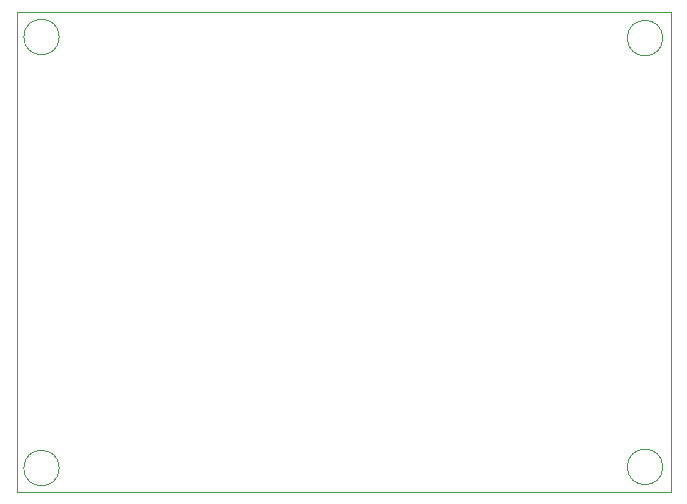
<source format=gm1>
%TF.GenerationSoftware,KiCad,Pcbnew,9.0.1*%
%TF.CreationDate,2025-08-15T11:03:48+05:00*%
%TF.ProjectId,transformerless_power_supply,7472616e-7366-46f7-926d-65726c657373,rev?*%
%TF.SameCoordinates,Original*%
%TF.FileFunction,Profile,NP*%
%FSLAX46Y46*%
G04 Gerber Fmt 4.6, Leading zero omitted, Abs format (unit mm)*
G04 Created by KiCad (PCBNEW 9.0.1) date 2025-08-15 11:03:48*
%MOMM*%
%LPD*%
G01*
G04 APERTURE LIST*
%TA.AperFunction,Profile*%
%ADD10C,0.050000*%
%TD*%
G04 APERTURE END LIST*
D10*
X116303330Y-111100000D02*
G75*
G02*
X113296670Y-111100000I-1503330J0D01*
G01*
X113296670Y-111100000D02*
G75*
G02*
X116303330Y-111100000I1503330J0D01*
G01*
X167403330Y-111000000D02*
G75*
G02*
X164396670Y-111000000I-1503330J0D01*
G01*
X164396670Y-111000000D02*
G75*
G02*
X167403330Y-111000000I1503330J0D01*
G01*
X112700000Y-72500000D02*
X168100000Y-72500000D01*
X168100000Y-113100000D01*
X112700000Y-113100000D01*
X112700000Y-72500000D01*
X167403330Y-74700000D02*
G75*
G02*
X164396670Y-74700000I-1503330J0D01*
G01*
X164396670Y-74700000D02*
G75*
G02*
X167403330Y-74700000I1503330J0D01*
G01*
X116303330Y-74600000D02*
G75*
G02*
X113296670Y-74600000I-1503330J0D01*
G01*
X113296670Y-74600000D02*
G75*
G02*
X116303330Y-74600000I1503330J0D01*
G01*
M02*

</source>
